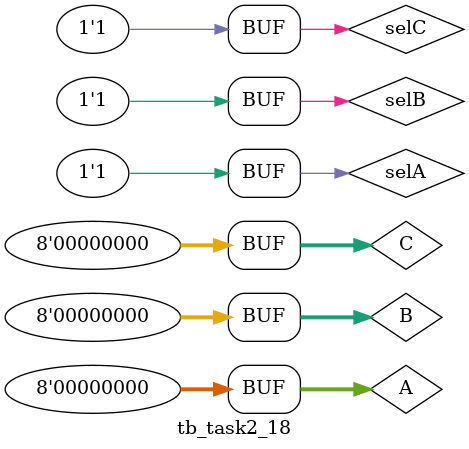
<source format=v>
`timescale 1ns / 1ps
`include "task2_18.v"
module tb_task2_18;

    // task2_18 Parameters
    parameter PERIOD = 10;

    // task2_18 Inputs
    reg [7:0] A = 0;
    reg [7:0] B = 0;
    reg [7:0] C = 0;
    reg selA = 0;
    reg selB = 0;
    reg selC = 0;

    // task2_18 Outputs
    wire [7:0] Z;
    task2_18 u_task2_18 (
        .A(A[7:0]),
        .B(B[7:0]),
        .C(C[7:0]),
        .selA(selA),
        .selB(selB),
        .selC(selC),
        .Z(Z[7:0])
    );

    initial begin
        A = 0; B = 0; C = 0; selA = 0; selB = 0; selC = 0;
        #PERIOD;
        A = 0; B = 0; C = 0; selA = 0; selB = 0; selC = 1;
        #PERIOD;
        A = 0; B = 0; C = 0; selA = 0; selB = 1; selC = 0;
        #PERIOD;
        A = 0; B = 0; C = 0; selA = 0; selB = 1; selC = 1;
        #PERIOD;
        A = 0; B = 0; C = 0; selA = 1; selB = 0; selC = 0;
        #PERIOD;
        A = 0; B = 0; C = 0; selA = 1; selB = 0; selC = 1;
        #PERIOD;
        A = 0; B = 0; C = 0; selA = 1; selB = 1; selC = 0;
        #PERIOD;
        A = 0; B = 0; C = 0; selA = 1; selB = 1; selC = 1;
        #PERIOD;
    end

endmodule
</source>
